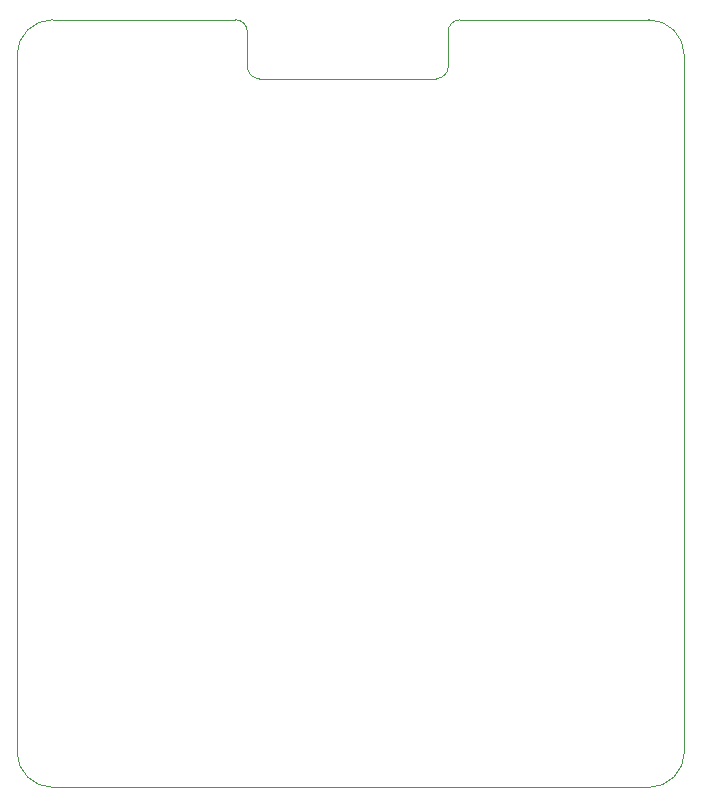
<source format=gbr>
%TF.GenerationSoftware,KiCad,Pcbnew,8.0.8*%
%TF.CreationDate,2025-09-08T09:45:39+02:00*%
%TF.ProjectId,kiba,6b696261-2e6b-4696-9361-645f70636258,rev?*%
%TF.SameCoordinates,Original*%
%TF.FileFunction,Profile,NP*%
%FSLAX46Y46*%
G04 Gerber Fmt 4.6, Leading zero omitted, Abs format (unit mm)*
G04 Created by KiCad (PCBNEW 8.0.8) date 2025-09-08 09:45:39*
%MOMM*%
%LPD*%
G01*
G04 APERTURE LIST*
%TA.AperFunction,Profile*%
%ADD10C,0.050000*%
%TD*%
G04 APERTURE END LIST*
D10*
X151063751Y-74708751D02*
X136096249Y-74708751D01*
X118595000Y-134720000D02*
X169059538Y-134724538D01*
X135076249Y-73688751D02*
X135075000Y-70730000D01*
X152083751Y-73688751D02*
X152075000Y-70740000D01*
X152083751Y-73688751D02*
G75*
G02*
X151063751Y-74708751I-1019951J-49D01*
G01*
X172079538Y-131704538D02*
G75*
G02*
X169059538Y-134724538I-3020038J38D01*
G01*
X134055000Y-69710000D02*
G75*
G02*
X135075000Y-70730000I0J-1020000D01*
G01*
X169055000Y-69720000D02*
X153095000Y-69720000D01*
X115575000Y-72730000D02*
G75*
G02*
X118595000Y-69710000I3020000J0D01*
G01*
X136096249Y-74708751D02*
G75*
G02*
X135076249Y-73688751I-49J1019951D01*
G01*
X115575000Y-72730000D02*
X115575000Y-131700000D01*
X169055000Y-69720000D02*
G75*
G02*
X172075000Y-72740000I0J-3020000D01*
G01*
X152075000Y-70740000D02*
G75*
G02*
X153095000Y-69720000I1020000J0D01*
G01*
X118595000Y-134720000D02*
G75*
G02*
X115575000Y-131700000I0J3020000D01*
G01*
X134055000Y-69710000D02*
X118595000Y-69710000D01*
X172079538Y-131704538D02*
X172075000Y-72740000D01*
M02*

</source>
